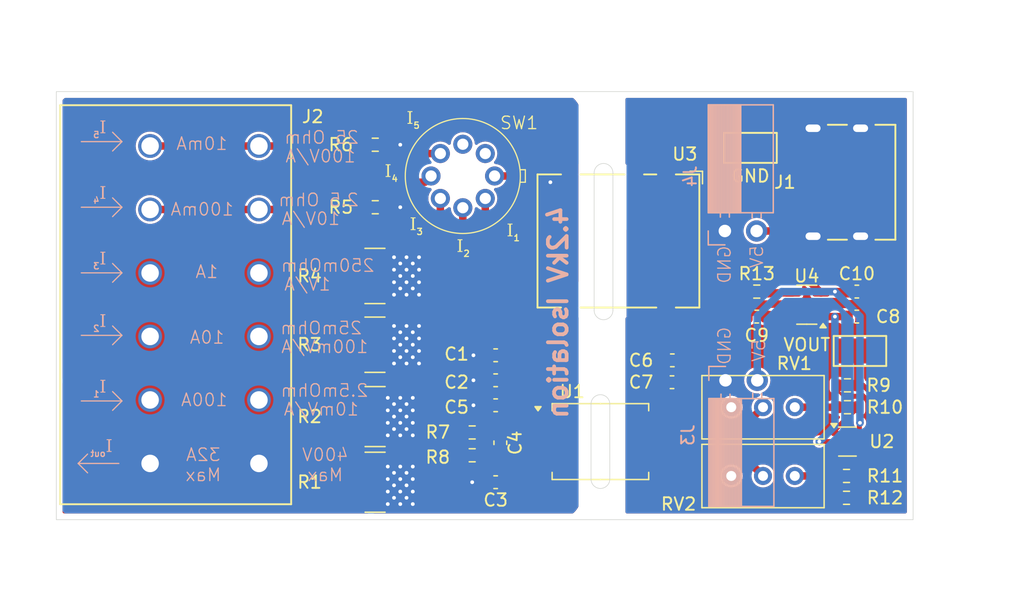
<source format=kicad_pcb>
(kicad_pcb (version 20240108) (generator "pcbnew") (generator_version "8.0")
  (layers (0 "F.Cu" signal) (31 "B.Cu" signal) (34 "B.Paste" user) (35 "F.Paste" user) (36 "B.SilkS" user "B.Silkscreen") (37 "F.SilkS" user "F.Silkscreen") (38 "B.Mask" user) (39 "F.Mask" user) (44 "Edge.Cuts" user))
  (net 0 "")
  (net 1 "Net-(U4-C1+)")
  (net 2 "Net-(U4-C1-)")
  (net 3 "INN")
  (net 4 "Net-(C3-Pad1)")
  (net 5 "VDD1")
  (net 6 "GND2")
  (net 7 "+5V")
  (net 8 "-5V")
  (net 11 "Net-(R10-Pad1)")
  (net 12 "Net-(R11-Pad1)")
  (net 13 "INP")
  (net 14 "Net-(U4-EN)")
  (net 15 "Net-(RV1-Pad2)")
  (net 18 "Net-(RV2-Pad2)")
  (net 19 "Net-(C4-Pad1)")
  (net 20 "Net-(U2-+)")
  (net 21 "Net-(U2--)")
  (net 23 "IN1")
  (net 24 "IN4")
  (net 25 "IN3")
  (net 26 "IN2")
  (net 27 "IN5")
  (net 28 "VOUT")
  (footprint "Capacitor_SMD:C_0603_1608Metric" (layer "F.Cu") (at 124.5 55.25)
    (property "Reference" "C8" (at 2.5 0 0) (layer "F.SilkS"))
    (property "Value" "2.2u")
    (pad "1" smd roundrect (at -0.775 0) (size 0.9 0.95) (layers "F.Cu" "F.Paste" "F.Mask") (net 8 "-5V"))
    (pad "2" smd roundrect (at 0.775 0) (size 0.9 0.95) (layers "F.Cu" "F.Paste" "F.Mask") (net 6 "GND2"))
  )
  (footprint "Resistor_SMD:R_2816_7142Metric" (layer "F.Cu") (at 85.975 52)
    (property "Reference" "R4" (at -5.225 0 0) (layer "F.SilkS"))
    (property "Value" "0.25R")
    (pad "1" smd roundrect (at -2.5125 0) (size 3.025 4.45) (layers "F.Cu" "F.Paste" "F.Mask") (roundrect_rratio 0.082645) (net 25 "IN3"))
    (pad "2" smd roundrect (at 2.5125 0) (size 3.025 4.45) (layers "F.Cu" "F.Paste" "F.Mask") (roundrect_rratio 0.082645) (net 3 "INN"))
  )
  (footprint "Potentiometer_THT:Potentiometer_Bourns_3296W_Vertical" (layer "F.Cu") (at 119.54 62.5)
    (property "Reference" "RV1" (at -0.04 -3.5 0) (layer "F.SilkS"))
    (property "Value" "1k")
    (pad "1" thru_hole circle (at 0 0) (size 1.44 1.44) (drill 0.8) (layers "*.Cu" "*.Mask") (net 11 "Net-(R10-Pad1)"))
    (pad "2" thru_hole circle (at -2.54 0) (size 1.44 1.44) (drill 0.8) (layers "*.Cu" "*.Mask") (net 15 "Net-(RV1-Pad2)"))
    (pad "3" thru_hole circle (at -5.08 0) (size 1.44 1.44) (drill 0.8) (layers "*.Cu" "*.Mask"))
  )
  (footprint "TestPoint:TestPoint_Keystone_5019_Minature" (layer "F.Cu") (at 124.75 58 180)
    (property "Reference" "VOUT" (at 4.25 0.5 180) (layer "F.SilkS"))
    (property "Value" "TestPoint_Keystone_5019_Minature")
    (pad "1" smd rect (at 0 0 180) (size 3.8 2) (layers "F.Cu" "F.Paste" "F.Mask") (net 28 "VOUT"))
  )
  (footprint "TestPoint:TestPoint_Keystone_5019_Minature" (layer "F.Cu") (at 116 41.75 180)
    (property "Reference" "GND" (at 0 -2.25 180) (layer "F.SilkS"))
    (property "Value" "TestPoint_Keystone_5019_Minature")
    (pad "1" smd rect (at 0 0 180) (size 3.8 2) (layers "F.Cu" "F.Paste" "F.Mask") (net 6 "GND2"))
  )
  (footprint "Connector_Phoenix_SPT:CONN_1017495" (layer "F.Cu") (at 68 67 -90)
    (property "Reference" "J2" (at -27.75 -13 0) (layer "F.SilkS"))
    (property "Value" "Conn_01x06_Socket")
    (pad "1" thru_hole circle (at -25.4 -8.700002 270) (size 1.905 1.905) (drill 1.397) (layers "*.Cu" "*.Mask") (net 27 "IN5"))
    (pad "1" thru_hole circle (at -25.4 0 270) (size 1.905 1.905) (drill 1.397) (layers "*.Cu" "*.Mask") (net 27 "IN5"))
    (pad "2" thru_hole circle (at -20.32 -8.700002 270) (size 1.905 1.905) (drill 1.397) (layers "*.Cu" "*.Mask") (net 24 "IN4"))
    (pad "2" thru_hole circle (at -20.32 0 270) (size 1.905 1.905) (drill 1.397) (layers "*.Cu" "*.Mask") (net 24 "IN4"))
    (pad "3" thru_hole circle (at -15.24 -8.700002 270) (size 1.905 1.905) (drill 1.397) (layers "*.Cu" "*.Mask") (net 25 "IN3"))
    (pad "3" thru_hole circle (at -15.24 0 270) (size 1.905 1.905) (drill 1.397) (layers "*.Cu" "*.Mask") (net 25 "IN3"))
    (pad "4" thru_hole circle (at -10.16 -8.700002 270) (size 1.905 1.905) (drill 1.397) (layers "*.Cu" "*.Mask") (net 26 "IN2"))
    (pad "4" thru_hole circle (at -10.16 0 270) (size 1.905 1.905) (drill 1.397) (layers "*.Cu" "*.Mask") (net 26 "IN2"))
    (pad "5" thru_hole circle (at -5.08 -8.700002 270) (size 1.905 1.905) (drill 1.397) (layers "*.Cu" "*.Mask") (net 23 "IN1"))
    (pad "5" thru_hole circle (at -5.08 0 270) (size 1.905 1.905) (drill 1.397) (layers "*.Cu" "*.Mask") (net 23 "IN1"))
    (pad "6" thru_hole circle (at 0 -8.700002 270) (size 1.905 1.905) (drill 1.397) (layers "*.Cu" "*.Mask") (net 3 "INN"))
    (pad "6" thru_hole circle (at 0 0 270) (size 1.905 1.905) (drill 1.397) (layers "*.Cu" "*.Mask") (net 3 "INN"))
  )
  (footprint "Resistor_SMD:R_2816_7142Metric" (layer "F.Cu") (at 85.9875 63.25)
    (property "Reference" "R2" (at -5.2375 0 0) (layer "F.SilkS"))
    (property "Value" "5m")
    (pad "1" smd roundrect (at -2 0) (size 3.4 4.6) (layers "F.Cu" "F.Paste" "F.Mask") (roundrect_rratio 0.05882352941) (net 23 "IN1"))
    (pad "2" smd roundrect (at 2 0) (size 3.4 4.6) (layers "F.Cu" "F.Paste" "F.Mask") (roundrect_rratio 0.05882352941) (net 3 "INN"))
  )
  (footprint "Resistor_SMD:R_2816_7142Metric" (layer "F.Cu") (at 85.9875 68.5)
    (property "Reference" "R1" (at -5.2375 0 0) (layer "F.SilkS"))
    (property "Value" "5m")
    (pad "1" smd roundrect (at -2 0) (size 3.4 4.6) (layers "F.Cu" "F.Paste" "F.Mask") (roundrect_rratio 0.05882352941) (net 23 "IN1"))
    (pad "2" smd roundrect (at 2 0) (size 3.4 4.6) (layers "F.Cu" "F.Paste" "F.Mask") (roundrect_rratio 0.05882352941) (net 3 "INN"))
  )
  (footprint "Capacitor_SMD:C_0603_1608Metric" (layer "F.Cu") (at 95.625 62.345 180)
    (property "Reference" "C5" (at 3.125 -0.155 180) (layer "F.SilkS"))
    (property "Value" "1n")
    (pad "1" smd roundrect (at -0.775 0 180) (size 0.9 0.95) (layers "F.Cu" "F.Paste" "F.Mask") (net 19 "Net-(C4-Pad1)"))
    (pad "2" smd roundrect (at 0.775 0 180) (size 0.9 0.95) (layers "F.Cu" "F.Paste" "F.Mask") (net 3 "INN"))
  )
  (footprint "Resistor_SMD:R_0603_1608Metric" (layer "F.Cu") (at 86 46.5)
    (property "Reference" "R5" (at -2.75 0 0) (layer "F.SilkS"))
    (property "Value" "2.5R")
    (pad "1" smd roundrect (at -0.825 0) (size 0.8 0.95) (layers "F.Cu" "F.Paste" "F.Mask") (net 24 "IN4"))
    (pad "2" smd roundrect (at 0.825 0) (size 0.8 0.95) (layers "F.Cu" "F.Paste" "F.Mask") (net 3 "INN"))
  )
  (footprint "Resistor_SMD:R_0603_1608Metric" (layer "F.Cu") (at 123.75 60.75)
    (property "Reference" "R9" (at 2.5 0 0) (layer "F.SilkS"))
    (property "Value" "5.1k")
    (pad "1" smd roundrect (at -0.825 0) (size 0.8 0.95) (layers "F.Cu" "F.Paste" "F.Mask") (net 20 "Net-(U2-+)"))
    (pad "2" smd roundrect (at 0.825 0) (size 0.8 0.95) (layers "F.Cu" "F.Paste" "F.Mask") (net 28 "VOUT"))
  )
  (footprint "Capacitor_SMD:C_0603_1608Metric" (layer "F.Cu") (at 124.5 53.25)
    (property "Reference" "C10" (at 0 -1.43 0) (layer "F.SilkS"))
    (property "Value" "2.2u")
    (pad "1" smd roundrect (at -0.775 0) (size 0.9 0.95) (layers "F.Cu" "F.Paste" "F.Mask") (net 7 "+5V"))
    (pad "2" smd roundrect (at 0.775 0) (size 0.9 0.95) (layers "F.Cu" "F.Paste" "F.Mask") (net 6 "GND2"))
  )
  (footprint "Converter_DCDC:Converter_DCDC_Murata_NXExSxxxxMC_SMD" (layer "F.Cu") (at 104.17 49.2 -90)
    (property "Reference" "U3" (at -6.95 -6.58 180) (layer "F.SilkS"))
    (property "Value" "NXE1S0505MC")
    (pad "1" smd rect (at -4.7 -5.08 270) (size 2.3 1) (layers "F.Cu" "F.Paste" "F.Mask") (net 6 "GND2"))
    (pad "3" smd rect (at -4.7 -2.54 270) (size 2.3 1) (layers "F.Cu" "F.Paste" "F.Mask") (net 7 "+5V"))
    (pad "7" smd rect (at -4.7 2.54 270) (size 2.3 1) (layers "F.Cu" "F.Paste" "F.Mask") (net 3 "INN"))
    (pad "8" smd rect (at 4.7 2.54 270) (size 2.3 1) (layers "F.Cu" "F.Paste" "F.Mask") (net 5 "VDD1"))
    (pad "14" smd rect (at 4.7 -5.08 270) (size 2.3 1) (layers "F.Cu" "F.Paste" "F.Mask"))
    (zone (net 0) (net_name "") (layers "F&B.Cu") (connect_pads (clearance 0)) (min_thickness 0.254)
      (keepout (tracks not_allowed) (vias not_allowed) (pads not_allowed) (copperpour not_allowed) (footprints not_allowed))
      (fill (thermal_gap 0.508) (thermal_bridge_width 0.508))
      (polygon (pts (xy 106.09 43.1) (xy 106.09 55.3) (xy 102.24 55.3) (xy 102.24 43.1)))
    )
  )
  (footprint "Resistor_SMD:R_0603_1608Metric" (layer "F.Cu") (at 86 41.5)
    (property "Reference" "R6" (at -2.75 0 0) (layer "F.SilkS"))
    (property "Value" "25R")
    (pad "1" smd roundrect (at -0.825 0) (size 0.8 0.95) (layers "F.Cu" "F.Paste" "F.Mask") (net 27 "IN5"))
    (pad "2" smd roundrect (at 0.825 0) (size 0.8 0.95) (layers "F.Cu" "F.Paste" "F.Mask") (net 3 "INN"))
  )
  (footprint "Resistor_SMD:R_0603_1608Metric" (layer "F.Cu") (at 123.675 68)
    (property "Reference" "R11" (at 3.075 0 0) (layer "F.SilkS"))
    (property "Value" "9.53k")
    (pad "1" smd roundrect (at -0.825 0) (size 0.8 0.95) (layers "F.Cu" "F.Paste" "F.Mask") (net 12 "Net-(R11-Pad1)"))
    (pad "2" smd roundrect (at 0.825 0) (size 0.8 0.95) (layers "F.Cu" "F.Paste" "F.Mask") (net 21 "Net-(U2--)"))
  )
  (footprint "Capacitor_SMD:C_0603_1608Metric" (layer "F.Cu") (at 95.625 68.5 180)
    (property "Reference" "C3" (at 0 -1.43 180) (layer "F.SilkS"))
    (property "Value" "1n")
    (pad "1" smd roundrect (at -0.775 0 180) (size 0.9 0.95) (layers "F.Cu" "F.Paste" "F.Mask") (net 4 "Net-(C3-Pad1)"))
    (pad "2" smd roundrect (at 0.775 0 180) (size 0.9 0.95) (layers "F.Cu" "F.Paste" "F.Mask") (net 3 "INN"))
  )
  (footprint "Library:RotarySwitch_C&J_RM" (layer "F.Cu") (at 93 44 -90)
    (property "Reference" "SW1" (at -4.25 -4.5 0) (layer "F.SilkS") (effects (font (thickness 0.1))))
    (property "Value" "SW_Rotary_1x5_MP")
    (pad "1" thru_hole circle (at 1.796 -1.796 270) (size 1.524 1.524) (drill 0.9) (layers "*.Cu" "*.Mask") (net 23 "IN1"))
    (pad "2" thru_hole circle (at 2.54 0 270) (size 1.524 1.524) (drill 0.9) (layers "*.Cu" "*.Mask") (net 26 "IN2"))
    (pad "3" thru_hole circle (at 1.796 1.796 270) (size 1.524 1.524) (drill 0.9) (layers "*.Cu" "*.Mask") (net 25 "IN3"))
    (pad "4" thru_hole circle (at 0 2.54 270) (size 1.524 1.524) (drill 0.9) (layers "*.Cu" "*.Mask") (net 24 "IN4"))
    (pad "5" thru_hole circle (at -1.796 1.796 270) (size 1.524 1.524) (drill 0.9) (layers "*.Cu" "*.Mask") (net 27 "IN5"))
    (pad "6" thru_hole circle (at -2.54 0 270) (size 1.524 1.524) (drill 0.9) (layers "*.Cu" "*.Mask"))
    (pad "7" thru_hole circle (at -1.796 -1.796 270) (size 1.524 1.524) (drill 0.9) (layers "*.Cu" "*.Mask"))
    (pad "C" thru_hole circle (at 0 -2.54 270) (size 1.524 1.524) (drill 0.9) (layers "*.Cu" "*.Mask") (net 13 "INP"))
  )
  (footprint "Resistor_SMD:R_0603_1608Metric" (layer "F.Cu") (at 123.75 62.5)
    (property "Reference" "R10" (at 3 0 0) (layer "F.SilkS"))
    (property "Value" "9.53k")
    (pad "1" smd roundrect (at -0.825 0) (size 0.8 0.95) (layers "F.Cu" "F.Paste" "F.Mask") (net 11 "Net-(R10-Pad1)"))
    (pad "2" smd roundrect (at 0.825 0) (size 0.8 0.95) (layers "F.Cu" "F.Paste" "F.Mask") (net 20 "Net-(U2-+)"))
  )
  (footprint "Capacitor_SMD:C_0603_1608Metric" (layer "F.Cu") (at 109.75 58.75)
    (property "Reference" "C6" (at -2.5 0 0) (layer "F.SilkS"))
    (property "Value" "1u")
    (pad "1" smd roundrect (at -0.775 0) (size 0.9 0.95) (layers "F.Cu" "F.Paste" "F.Mask") (net 7 "+5V"))
    (pad "2" smd roundrect (at 0.775 0) (size 0.9 0.95) (layers "F.Cu" "F.Paste" "F.Mask") (net 6 "GND2"))
  )
  (footprint "Package_TO_SOT_SMD:SOT-23-6" (layer "F.Cu") (at 120.5 54.3 180)
    (property "Reference" "U4" (at 0 2.3 180) (layer "F.SilkS"))
    (property "Value" "LM2776")
    (pad "1" smd roundrect (at -1.1375 -0.95 180) (size 1.325 0.6) (layers "F.Cu" "F.Paste" "F.Mask") (net 8 "-5V"))
    (pad "2" smd roundrect (at -1.1375 0 180) (size 1.325 0.6) (layers "F.Cu" "F.Paste" "F.Mask") (net 6 "GND2"))
    (pad "3" smd roundrect (at -1.1375 0.95 180) (size 1.325 0.6) (layers "F.Cu" "F.Paste" "F.Mask") (net 7 "+5V"))
    (pad "4" smd roundrect (at 1.1375 0.95 180) (size 1.325 0.6) (layers "F.Cu" "F.Paste" "F.Mask") (net 14 "Net-(U4-EN)"))
    (pad "5" smd roundrect (at 1.1375 0 180) (size 1.325 0.6) (layers "F.Cu" "F.Paste" "F.Mask") (net 1 "Net-(U4-C1+)"))
    (pad "6" smd roundrect (at 1.1375 -0.95 180) (size 1.325 0.6) (layers "F.Cu" "F.Paste" "F.Mask") (net 2 "Net-(U4-C1-)"))
  )
  (footprint "Capacitor_SMD:C_0603_1608Metric" (layer "F.Cu") (at 95.625 58.345 180)
    (property "Reference" "C1" (at 3.125 0.095 180) (layer "F.SilkS"))
    (property "Value" "100n")
    (pad "1" smd roundrect (at -0.775 0 180) (size 0.9 0.95) (layers "F.Cu" "F.Paste" "F.Mask") (net 5 "VDD1"))
    (pad "2" smd roundrect (at 0.775 0 180) (size 0.9 0.95) (layers "F.Cu" "F.Paste" "F.Mask") (net 3 "INN"))
  )
  (footprint "Package_SO:SOIC-8_7.5x5.85mm_P1.27mm" (layer "F.Cu") (at 104 65.25)
    (property "Reference" "U1" (at -2.25 -4 0) (layer "F.SilkS"))
    (property "Value" "AMC1300DWV")
    (pad "1" smd roundrect (at -5.325 -1.905) (size 1.8 0.6) (layers "F.Cu" "F.Paste" "F.Mask") (net 5 "VDD1"))
    (pad "2" smd roundrect (at -5.325 -0.635) (size 1.8 0.6) (layers "F.Cu" "F.Paste" "F.Mask") (net 19 "Net-(C4-Pad1)"))
    (pad "3" smd roundrect (at -5.325 0.635) (size 1.8 0.6) (layers "F.Cu" "F.Paste" "F.Mask") (net 4 "Net-(C3-Pad1)"))
    (pad "4" smd roundrect (at -5.325 1.905) (size 1.8 0.6) (layers "F.Cu" "F.Paste" "F.Mask") (net 3 "INN"))
    (pad "5" smd roundrect (at 5.325 1.905) (size 1.8 0.6) (layers "F.Cu" "F.Paste" "F.Mask") (net 6 "GND2"))
    (pad "6" smd roundrect (at 5.325 0.635) (size 1.8 0.6) (layers "F.Cu" "F.Paste" "F.Mask") (net 18 "Net-(RV2-Pad2)"))
    (pad "7" smd roundrect (at 5.325 -0.635) (size 1.8 0.6) (layers "F.Cu" "F.Paste" "F.Mask") (net 15 "Net-(RV1-Pad2)"))
    (pad "8" smd roundrect (at 5.325 -1.905) (size 1.8 0.6) (layers "F.Cu" "F.Paste" "F.Mask") (net 7 "+5V"))
  )
  (footprint "Resistor_SMD:R_0603_1608Metric" (layer "F.Cu") (at 93.75 64.52)
    (property "Reference" "R7" (at -2.75 -0.02 0) (layer "F.SilkS"))
    (property "Value" "10R")
    (pad "1" smd roundrect (at -0.825 0) (size 0.8 0.95) (layers "F.Cu" "F.Paste" "F.Mask") (net 13 "INP"))
    (pad "2" smd roundrect (at 0.825 0) (size 0.8 0.95) (layers "F.Cu" "F.Paste" "F.Mask") (net 19 "Net-(C4-Pad1)"))
  )
  (footprint "Potentiometer_THT:Potentiometer_Bourns_3296W_Vertical" (layer "F.Cu") (at 119.54 68)
    (property "Reference" "RV2" (at -9.29 2.25 0) (layer "F.SilkS"))
    (property "Value" "1k")
    (pad "1" thru_hole circle (at 0 0) (size 1.44 1.44) (drill 0.8) (layers "*.Cu" "*.Mask") (net 12 "Net-(R11-Pad1)"))
    (pad "2" thru_hole circle (at -2.54 0) (size 1.44 1.44) (drill 0.8) (layers "*.Cu" "*.Mask") (net 18 "Net-(RV2-Pad2)"))
    (pad "3" thru_hole circle (at -5.08 0) (size 1.44 1.44) (drill 0.8) (layers "*.Cu" "*.Mask"))
  )
  (footprint "Resistor_SMD:R_0603_1608Metric" (layer "F.Cu") (at 123.675 69.75)
    (property "Reference" "R12" (at 3.075 0 0) (layer "F.SilkS"))
    (property "Value" "5.1k")
    (pad "1" smd roundrect (at -0.825 0) (size 0.8 0.95) (layers "F.Cu" "F.Paste" "F.Mask") (net 6 "GND2"))
    (pad "2" smd roundrect (at 0.825 0) (size 0.8 0.95) (layers "F.Cu" "F.Paste" "F.Mask") (net 21 "Net-(U2--)"))
  )
  (footprint "Resistor_SMD:R_2816_7142Metric" (layer "F.Cu") (at 85.975 57.5)
    (property "Reference" "R3" (at -5.225 0 0) (layer "F.SilkS"))
    (property "Value" "25m")
    (pad "1" smd roundrect (at -2.5125 0) (size 3.025 4.45) (layers "F.Cu" "F.Paste" "F.Mask") (roundrect_rratio 0.082645) (net 26 "IN2"))
    (pad "2" smd roundrect (at 2.5125 0) (size 3.025 4.45) (layers "F.Cu" "F.Paste" "F.Mask") (roundrect_rratio 0.082645) (net 3 "INN"))
  )
  (footprint "Connector_USB:CONN_10164359-00011LF_AMP" (layer "F.Cu") (at 124 44.5 90)
    (property "Reference" "J1" (at 0 -5.25 0) (layer "F.SilkS"))
    (property "Value" "USB_C_Receptacle")
    (pad "7" thru_hole roundrect (at -4.32 -3 180) (size 1.7 1.1) (drill oval 1.2 0.6) (layers "*.Cu" "*.Mask") (roundrect_rratio 0.5) (net 6 "GND2"))
    (pad "8" thru_hole roundrect (at 4.32 -3 180) (size 1.7 1.1) (drill oval 1.2 0.6) (layers "*.Cu" "*.Mask") (roundrect_rratio 0.5) (net 6 "GND2"))
    (pad "9" thru_hole roundrect (at -4.32 0.8 180) (size 1.7 1.1) (drill oval 1.2 0.6) (layers "*.Cu" "*.Mask") (roundrect_rratio 0.5) (net 6 "GND2"))
    (pad "10" thru_hole roundrect (at 4.32 0.8 180) (size 1.7 1.1) (drill oval 1.2 0.6) (layers "*.Cu" "*.Mask") (roundrect_rratio 0.5) (net 6 "GND2"))
    (pad "A5" smd rect (at -0.499999 -3.034401 90) (size 0.7112 1.1938) (layers "F.Cu" "F.Paste" "F.Mask"))
    (pad "A9" smd rect (at 1.52 -3.034401 90) (size 0.762 1.1938) (layers "F.Cu" "F.Paste" "F.Mask") (net 7 "+5V"))
    (pad "A12" smd rect (at 2.75 -3.034401 90) (size 0.8128 1.1938) (layers "F.Cu" "F.Paste" "F.Mask") (net 6 "GND2"))
    (pad "B5" smd rect (at 0.499999 -3.034401 90) (size 0.7112 1.1938) (layers "F.Cu" "F.Paste" "F.Mask"))
    (pad "B9" smd rect (at -1.52 -3.034401 90) (size 0.762 1.1938) (layers "F.Cu" "F.Paste" "F.Mask") (net 7 "+5V"))
    (pad "B12" smd rect (at -2.75 -3.034401 90) (size 0.8128 1.1938) (layers "F.Cu" "F.Paste" "F.Mask") (net 6 "GND2"))
  )
  (footprint "Resistor_SMD:R_0603_1608Metric" (layer "F.Cu") (at 93.75 66.345)
    (property "Reference" "R8" (at -2.75 0.155 0) (layer "F.SilkS"))
    (property "Value" "10R")
    (pad "1" smd roundrect (at -0.825 0) (size 0.8 0.95) (layers "F.Cu" "F.Paste" "F.Mask") (net 3 "INN"))
    (pad "2" smd roundrect (at 0.825 0) (size 0.8 0.95) (layers "F.Cu" "F.Paste" "F.Mask") (net 4 "Net-(C3-Pad1)"))
  )
  (footprint "Resistor_SMD:R_0603_1608Metric" (layer "F.Cu") (at 116.5 53.25)
    (property "Reference" "R13" (at 0 -1.43 0) (layer "F.SilkS"))
    (property "Value" "5.1k")
    (pad "1" smd roundrect (at -0.825 0) (size 0.8 0.95) (layers "F.Cu" "F.Paste" "F.Mask") (net 7 "+5V"))
    (pad "2" smd roundrect (at 0.825 0) (size 0.8 0.95) (layers "F.Cu" "F.Paste" "F.Mask") (net 14 "Net-(U4-EN)"))
  )
  (footprint "Capacitor_SMD:C_0603_1608Metric" (layer "F.Cu") (at 116.5 55.25)
    (property "Reference" "C9" (at 0 1.5 0) (layer "F.SilkS"))
    (property "Value" "1u")
    (pad "1" smd roundrect (at -0.775 0) (size 0.9 0.95) (layers "F.Cu" "F.Paste" "F.Mask") (net 1 "Net-(U4-C1+)"))
    (pad "2" smd roundrect (at 0.775 0) (size 0.9 0.95) (layers "F.Cu" "F.Paste" "F.Mask") (net 2 "Net-(U4-C1-)"))
  )
  (footprint "Capacitor_SMD:C_0603_1608Metric" (layer "F.Cu") (at 109.725 60.5)
    (property "Reference" "C7" (at -2.475 0 0) (layer "F.SilkS"))
    (property "Value" "100n")
    (pad "1" smd roundrect (at -0.775 0) (size 0.9 0.95) (layers "F.Cu" "F.Paste" "F.Mask") (net 7 "+5V"))
    (pad "2" smd roundrect (at 0.775 0) (size 0.9 0.95) (layers "F.Cu" "F.Paste" "F.Mask") (net 6 "GND2"))
  )
  (footprint "Capacitor_SMD:C_0603_1608Metric" (layer "F.Cu") (at 96 65.345 -90)
    (property "Reference" "C4" (at 0.005577 -1.181856 90) (layer "F.SilkS"))
    (property "Value" "10n")
    (pad "1" smd roundrect (at -0.775 0 270) (size 0.9 0.95) (layers "F.Cu" "F.Paste" "F.Mask") (net 19 "Net-(C4-Pad1)"))
    (pad "2" smd roundrect (at 0.775 0 270) (size 0.9 0.95) (layers "F.Cu" "F.Paste" "F.Mask") (net 4 "Net-(C3-Pad1)"))
  )
  (footprint "Capacitor_SMD:C_0603_1608Metric" (layer "F.Cu") (at 95.625 60.345 180)
    (property "Reference" "C2" (at 3.125 -0.155 180) (layer "F.SilkS"))
    (property "Value" "1u")
    (pad "1" smd roundrect (at -0.775 0 180) (size 0.9 0.95) (layers "F.Cu" "F.Paste" "F.Mask") (net 5 "VDD1"))
    (pad "2" smd roundrect (at 0.775 0 180) (size 0.9 0.95) (layers "F.Cu" "F.Paste" "F.Mask") (net 3 "INN"))
  )
  (footprint "Package_TO_SOT_SMD:SOT-353_SC-70-5" (layer "F.Cu") (at 123.75 65.25)
    (property "Reference" "U2" (at 2.75 0 0) (layer "F.SilkS"))
    (property "Value" "TLV9001IDCK")
    (pad "1" smd roundrect (at -0.95 -0.65) (size 0.65 0.4) (layers "F.Cu" "F.Paste" "F.Mask") (net 20 "Net-(U2-+)"))
    (pad "2" smd roundrect (at -0.95 0) (size 0.65 0.4) (layers "F.Cu" "F.Paste" "F.Mask") (net 8 "-5V"))
    (pad "3" smd roundrect (at -0.95 0.65) (size 0.65 0.4) (layers "F.Cu" "F.Paste" "F.Mask") (net 21 "Net-(U2--)"))
    (pad "4" smd roundrect (at 0.95 0.65) (size 0.65 0.4) (layers "F.Cu" "F.Paste" "F.Mask") (net 28 "VOUT"))
    (pad "5" smd roundrect (at 0.95 -0.65) (size 0.65 0.4) (layers "F.Cu" "F.Paste" "F.Mask") (net 7 "+5V"))
  )
  (footprint "Connector_PinSocket_2.54mm:PinSocket_1x02_P2.54mm_Horizontal" (layer "B.Cu") (at 113.95 48.4 -90)
    (property "Reference" "J4" (at -4.38 2.77 90) (layer "B.SilkS") (effects (justify mirror)))
    (property "Value" "PinSocket_1x02_P2.54mm_Horizontal")
    (pad "1" thru_hole rect (at 0 0 270) (size 1.7 1.7) (drill 1) (layers "*.Cu" "*.Mask") (net 6 "GND2"))
    (pad "2" thru_hole oval (at 0 -2.54 270) (size 1.7 1.7) (drill 1) (layers "*.Cu" "*.Mask") (net 7 "+5V"))
  )
  (footprint "Connector_PinSocket_2.54mm:PinSocket_1x02_P2.54mm_Horizontal" (layer "B.Cu") (at 114 60.35 90)
    (property "Reference" "J3" (at -4.38 -3 90) (layer "B.SilkS") (effects (justify mirror)))
    (property "Value" "PinSocket_1x02_P2.54mm_Horizontal")
    (pad "1" thru_hole rect (at 0 0 90) (size 1.7 1.7) (drill 1) (layers "*.Cu" "*.Mask") (net 6 "GND2"))
    (pad "2" thru_hole oval (at 0 2.54 90) (size 1.7 1.7) (drill 1) (layers "*.Cu" "*.Mask") (net 7 "+5V"))
  )
  (gr_line (start 62.5 56.75) (end 65.75 56.75) (stroke (width 0.1)) (layer "B.SilkS"))
  (gr_line (start 65.75 56.75) (end 65 56) (stroke (width 0.1)) (layer "B.SilkS"))
  (gr_line (start 65.75 56.75) (end 65 57.5) (stroke (width 0.1)) (layer "B.SilkS"))
  (gr_line (start 62.5 62) (end 65.75 62) (stroke (width 0.1)) (layer "B.SilkS"))
  (gr_line (start 62.5 46.5) (end 65.75 46.5) (stroke (width 0.1)) (layer "B.SilkS"))
  (gr_line (start 65.75 62) (end 65 62.75) (stroke (width 0.1)) (layer "B.SilkS"))
  (gr_line (start 65.75 46.5) (end 65 45.75) (stroke (width 0.1)) (layer "B.SilkS"))
  (gr_line (start 65.75 46.5) (end 65 47.25) (stroke (width 0.1)) (layer "B.SilkS"))
  (gr_line (start 65.5 67) (end 62.25 67) (stroke (width 0.1)) (layer "B.SilkS"))
  (gr_line (start 65.75 41.25) (end 65 42) (stroke (width 0.1)) (layer "B.SilkS"))
  (gr_line (start 65.75 62) (end 65 61.25) (stroke (width 0.1)) (layer "B.SilkS"))
  (gr_line (start 65.75 51.75) (end 65 52.5) (stroke (width 0.1)) (layer "B.SilkS"))
  (gr_line (start 62.25 67) (end 63 67.75) (stroke (width 0.1)) (layer "B.SilkS"))
  (gr_line (start 62.5 51.75) (end 65.75 51.75) (stroke (width 0.1)) (layer "B.SilkS"))
  (gr_line (start 62.25 67) (end 63 66.25) (stroke (width 0.1)) (layer "B.SilkS"))
  (gr_line (start 65.75 41.25) (end 65 40.5) (stroke (width 0.1)) (layer "B.SilkS"))
  (gr_line (start 65.75 51.75) (end 65 51) (stroke (width 0.1)) (layer "B.SilkS"))
  (gr_line (start 62.5 41.25) (end 65.75 41.25) (stroke (width 0.1)) (layer "B.SilkS"))
  (gr_line (start 105 54.75) (end 105 43.75) (stroke (width 0.05)) (layer "Edge.Cuts"))
  (gr_rect (start 60.5 37.25) (end 129 71.5) (stroke (width 0.05)) (fill none) (layer "Edge.Cuts"))
  (gr_line (start 104.75 68.25) (end 104.75 62.25) (stroke (width 0.05)) (layer "Edge.Cuts"))
  (gr_arc (start 103.25 62.25) (mid 104 61.5) (end 104.75 62.25) (stroke (width 0.05)) (layer "Edge.Cuts"))
  (gr_arc (start 104.75 68.25) (mid 104 69) (end 103.25 68.25) (stroke (width 0.05)) (layer "Edge.Cuts"))
  (gr_line (start 103.25 68.25) (end 103.25 62.25) (stroke (width 0.05)) (layer "Edge.Cuts"))
  (gr_line (start 103.5 54.75) (end 103.5 43.75) (stroke (width 0.05)) (layer "Edge.Cuts"))
  (gr_arc (start 103.5 43.75) (mid 104.25 43) (end 105 43.75) (stroke (width 0.05)) (layer "Edge.Cuts"))
  (gr_arc (start 105 54.75) (mid 104.25 55.5) (end 103.5 54.75) (stroke (width 0.05)) (layer "Edge.Cuts"))
  (gr_text "2\n" (at 64 56.5 0) (layer "B.SilkS") (effects (font (size 0.5 0.5) (thickness 0.1)) (justify left bottom mirror)))
  (gr_text "100V/A" (at 84.5 43 0) (layer "B.SilkS") (effects (font (size 1 1) (thickness 0.1)) (justify left bottom mirror)))
  (gr_text "I" (at 64.5 40.75 0) (layer "B.SilkS") (effects (font (size 1 1) (thickness 0.1)) (justify left bottom mirror)))
  (gr_text "5" (at 64 41 0) (layer "B.SilkS") (effects (font (size 0.5 0.5) (thickness 0.1)) (justify left bottom mirror)))
  (gr_text "2.5mOhm" (at 85.5 61.75 0) (layer "B.SilkS") (effects (font (size 1 1) (thickness 0.1)) (justify left bottom mirror)))
  (gr_text "I" (at 64.5 46 0) (layer "B.SilkS") (effects (font (size 1 1) (thickness 0.1)) (justify left bottom mirror)))
  (gr_text "1V/A" (at 82.5 53.25 0) (layer "B.SilkS") (effects (font (size 1 1) (thickness 0.1)) (justify left bottom mirror)))
  (gr_text "10A" (at 74 57.5 0) (layer "B.SilkS") (effects (font (size 1 1) (thickness 0.1)) (justify left bottom mirror)))
  (gr_text "I" (at 64.5 56.25 0) (layer "B.SilkS") (effects (font (size 1 1) (thickness 0.1)) (justify left bottom mirror)))
  (gr_text "1A" (at 73.5 52.25 0) (layer "B.SilkS") (effects (font (size 1 1) (thickness 0.1)) (justify left bottom mirror)))
  (gr_text "2.5 Ohm" (at 84.75 46.5 0) (layer "B.SilkS") (effects (font (size 1 1) (thickness 0.1)) (justify left bottom mirror)))
  (gr_text "25mOhm" (at 85 56.75 0) (layer "B.SilkS") (effects (font (size 1 1) (thickness 0.1)) (justify left bottom mirror)))
  (gr_text "1" (at 64 61.75 0) (layer "B.SilkS") (effects (font (size 0.5 0.5) (thickness 0.1)) (justify left bottom mirror)))
  (gr_text "out" (at 64.5 66.5 0) (layer "B.SilkS") (effects (font (size 0.5 0.5) (thickness 0.1)) (justify left bottom mirror)))
  (gr_text "400V\nMax" (at 82 68.5 0) (layer "B.SilkS") (effects (font (size 1 1) (thickness 0.1)) (justify bottom mirror)))
  (gr_text "I" (at 65 66.25 0) (layer "B.SilkS") (effects (font (size 1 1) (thickness 0.1)) (justify left bottom mirror)))
  (gr_text "I" (at 64.5 61.5 0) (layer "B.SilkS") (effects (font (size 1 1) (thickness 0.1)) (justify left bottom mirror)))
  (gr_text "32A\nMax" (at 72.25 68.5 0) (layer "B.SilkS") (effects (font (size 1 1) (thickness 0.1)) (justify bottom mirror)))
  (gr_text "100mV/A" (at 85.5 58.25 0) (layer "B.SilkS") (effects (font (size 1 1) (thickness 0.1)) (justify left bottom mirror)))
  (gr_text "GND" (at 114.5 49.5 90) (layer "B.SilkS") (effects (font (size 1 1) (thickness 0.1)) (justify left bottom mirror)))
  (gr_text "4.2kV Isolation" (at 101.5 46.25 90) (layer "B.SilkS") (effects (font (size 1.5 1.5) (thickness 0.3) (bold yes)) (justify left bottom mirror)))
  (gr_text "10V/A" (at 83.25 48 0) (layer "B.SilkS") (effects (font (size 1 1) (thickness 0.1)) (justify left bottom mirror)))
  (gr_text "100mA" (at 74.75 47.25 0) (layer "B.SilkS") (effects (font (size 1 1) (thickness 0.1)) (justify left bottom mirror)))
  (gr_text "I" (at 64.5 51.25 0) (layer "B.SilkS") (effects (font (size 1 1) (thickness 0.1)) (justify left bottom mirror)))
  (gr_text "250mOhm" (at 86 51.75 0) (layer "B.SilkS") (effects (font (size 1 1) (thickness 0.1)) (justify left bottom mirror)))
  (gr_text "3" (at 64 51.5 0) (layer "B.SilkS") (effects (font (size 0.5 0.5) (thickness 0.1)) (justify left bottom mirror)))
  (gr_text "5V" (at 117.25 57 90) (layer "B.SilkS") (effects (font (size 1 1) (thickness 0.1)) (justify left bottom mirror)))
  (gr_text "100A" (at 74.25 62.5 0) (layer "B.SilkS") (effects (font (size 1 1) (thickness 0.1)) (justify left bottom mirror)))
  (gr_text "GND" (at 114.5 56 90) (layer "B.SilkS") (effects (font (size 1 1) (thickness 0.1)) (justify left bottom mirror)))
  (gr_text "5V" (at 117.084738 49.5 90) (layer "B.SilkS") (effects (font (size 1 1) (thickness 0.1)) (justify left bottom mirror)))
  (gr_text "25 Ohm" (at 84.75 41.5 0) (layer "B.SilkS") (effects (font (size 1 1) (thickness 0.1)) (justify left bottom mirror)))
  (gr_text "4" (at 64 46.25 0) (layer "B.SilkS") (effects (font (size 0.5 0.5) (thickness 0.1)) (justify left bottom mirror)))
  (gr_text "10mV/A" (at 84.75 63.25 0) (layer "B.SilkS") (effects (font (size 1 1) (thickness 0.1)) (justify left bottom mirror)))
  (gr_text "10mA" (at 74.25 42 0) (layer "B.SilkS") (effects (font (size 1 1) (thickness 0.1)) (justify left bottom mirror)))
  (gr_text "I" (at 88.75 48.5 0) (layer "F.SilkS") (effects (font (size 1 1) (thickness 0.1)) (justify left bottom)))
  (gr_text "4" (at 87.25 44.5 0) (layer "F.SilkS") (effects (font (size 0.5 0.5) (thickness 0.1)) (justify left bottom)))
  (gr_text "1" (at 97 49.25 0) (layer "F.SilkS") (effects (font (size 0.5 0.5) (thickness 0.1)) (justify left bottom)))
  (gr_text "I" (at 86.75 44.25 0) (layer "F.SilkS") (effects (font (size 1 1) (thickness 0.1)) (justify left bottom)))
  (gr_text "I" (at 92.5 50.25 0) (layer "F.SilkS") (effects (font (size 1 1) (thickness 0.1)) (justify left bottom)))
  (gr_text "I" (at 96.5 49 0) (layer "F.SilkS") (effects (font (size 1 1) (thickness 0.1)) (justify left bottom)))
  (gr_text "5" (at 89 40.25 0) (layer "F.SilkS") (effects (font (size 0.5 0.5) (thickness 0.1)) (justify left bottom)))
  (gr_text "2\n" (at 93 50.5 0) (layer "F.SilkS") (effects (font (size 0.5 0.5) (thickness 0.1)) (justify left bottom)))
  (gr_text "3" (at 89.25 48.75 0) (layer "F.SilkS") (effects (font (size 0.5 0.5) (thickness 0.1)) (justify left bottom)))
  (gr_text "I" (at 88.5 40 0) (layer "F.SilkS") (effects (font (size 1 1) (thickness 0.1)) (justify left bottom)))
  (segment (start 119.3125 54.25) (end 119.3625 54.3) (width 0.6) (layer "F.Cu") (net 1))
  (segment (start 116.725 54.25) (end 119.3125 54.25) (width 0.6) (layer "F.Cu") (net 1))
  (segment (start 115.725 55.25) (end 116.725 54.25) (width 0.6) (layer "F.Cu") (net 1))
  (segment (start 119.3625 55.25) (end 117.275 55.25) (width 0.6) (layer "F.Cu") (net 2))
  (via (at 93.85 58.345) (size 0.6) (drill 0.3) (layers "F.Cu" "B.Cu") (net 3))
  (via (at 88 56.5) (size 0.6) (drill 0.3) (layers "F.Cu" "B.Cu") (net 3))
  (via (at 88.5 69.75) (size 0.6) (drill 0.3) (layers "F.Cu" "B.Cu") (net 3))
  (via (at 89 57.5) (size 0.6) (drill 0.3) (layers "F.Cu" "B.Cu") (net 3))
  (via (at 89 64.75) (size 0.6) (drill 0.3) (layers "F.Cu" "B.Cu") (net 3))
  (via (at 88 63.75) (size 0.6) (drill 0.3) (layers "F.Cu" "B.Cu") (net 3))
  (via (at 87.5 64.25) (size 0.6) (drill 0.3) (layers "F.Cu" "B.Cu") (net 3))
  (via (at 89 70.25) (size 0.6) (drill 0.3) (layers "F.Cu" "B.Cu") (net 3))
  (via (at 87 62.75) (size 0.6) (drill 0.3) (layers "F.Cu" "B.Cu") (net 3))
  (via (at 88 62.75) (size 0.6) (drill 0.3) (layers "F.Cu" "B.Cu") (net 3))
  (via (at 87.5 56) (size 0.6) (drill 0.3) (layers "F.Cu" "B.Cu") (net 3))
  (via (at 88 69.25) (size 0.6) (drill 0.3) (layers "F.Cu" "B.Cu") (net 3))
  (via (at 87.5 69.75) (size 0.6) (drill 0.3) (layers "F.Cu" "B.Cu") (net 3))
  (via (at 89 63.75) (size 0.6) (drill 0.3) (layers "F.Cu" "B.Cu") (net 3))
  (via (at 89 67.25) (size 0.6) (drill 0.3) (layers "F.Cu" "B.Cu") (net 3))
  (via (at 88.5 63.25) (size 0.6) (drill 0.3) (layers "F.Cu" "B.Cu") (net 3))
  (via (at 87 69.25) (size 0.6) (drill 0.3) (layers "F.Cu" "B.Cu") (net 3))
  (via (at 88 64.75) (size 0.6) (drill 0.3) (layers "F.Cu" "B.Cu") (net 3))
  (via (at 88 57.5) (size 0.6) (drill 0.3) (layers "F.Cu" "B.Cu") (net 3))
  (via (at 88 58.5) (size 0.6) (drill 0.3) (layers "F.Cu" "B.Cu") (net 3))
  (via (at 89 52) (size 0.6) (drill 0.3) (layers "F.Cu" "B.Cu") (net 3))
  (via (at 93.85 62.345) (size 0.6) (drill 0.3) (layers "F.Cu" "B.Cu") (net 3))
  (via (at 89.5 56) (size 0.6) (drill 0.3) (layers "F.Cu" "B.Cu") (net 3))
  (via (at 88.5 57) (size 0.6) (drill 0.3) (layers "F.Cu" "B.Cu") (net 3))
  (via (at 87.5 67.75) (size 0.6) (drill 0.3) (layers "F.Cu" "B.Cu") (net 3))
  (via (at 89.5 51.5) (size 0.6) (drill 0.3) (layers "F.Cu" "B.Cu") (net 3))
  (via (at 87 61.75) (size 0.6) (drill 0.3) (layers "F.Cu" "B.Cu") (net 3))
  (via (at 93.85 60.345) (size 0.6) (drill 0.3) (layers "F.Cu" "B.Cu") (net 3))
  (via (at 88.5 51.5) (size 0.6) (drill 0.3) (layers "F.Cu" "B.Cu") (net 3))
  (via (at 88.5 52.5) (size 0.6) (drill 0.3) (layers "F.Cu" "B.Cu") (net 3))
  (via (at 89.5 58) (size 0.6) (drill 0.3) (layers "F.Cu" "B.Cu") (net 3))
  (via (at 87 68.25) (size 0.6) (drill 0.3) (layers "F.Cu" "B.Cu") (net 3))
  (via (at 87.5 50.5) (size 0.6) (drill 0.3) (layers "F.Cu" "B.Cu") (net 3))
  (via (at 89 58.5) (size 0.6) (drill 0.3) (layers "F.Cu" "B.Cu") (net 3))
  (via (at 89.5 57) (size 0.6) (drill 0.3) (layers "F.Cu" "B.Cu") (net 3))
  (via (at 87.5 59) (size 0.6) (drill 0.3) (layers "F.Cu" "B.Cu") (net 3))
  (via (at 89 61.75) (size 0.6) (drill 0.3) (layers "F.Cu" "B.Cu") (net 3))
  (via (at 89 62.75) (size 0.6) (drill 0.3) (layers "F.Cu" "B.Cu") (net 3))
  (via (at 89.5 53.5) (size 0.6) (drill 0.3) (layers "F.Cu" "B.Cu") (net 3))
  (via (at 87.5 68.75) (size 0.6) (drill 0.3) (layers "F.Cu" "B.Cu") (net 3))
  (via (at 87 70.25) (size 0.6) (drill 0.3) (layers "F.Cu" "B.Cu") (net 3))
  (via (at 87.5 51.5) (size 0.6) (drill 0.3) (layers "F.Cu" "B.Cu") (net 3))
  (via (at 93.75 68.5) (size 0.6) (drill 0.3) (layers "F.Cu" "B.Cu") (net 3))
  (via (at 89.5 50.5) (size 0.6) (drill 0.3) (layers "F.Cu" "B.Cu") (net 3))
  (via (at 88.5 67.75) (size 0.6) (drill 0.3) (layers "F.Cu" "B.Cu") (net 3))
  (via (at 87 63.75) (size 0.6) (drill 0.3) (layers "F.Cu" "B.Cu") (net 3))
  (via (at 88.5 50.5) (size 0.6) (drill 0.3) (layers "F.Cu" "B.Cu") (net 3))
  (via (at 89.5 52.5) (size 0.6) (drill 0.3) (layers "F.Cu" "B.Cu") (net 3))
  (via (at 100 44.5) (size 0.6) (drill 0.3) (layers "F.Cu" "B.Cu") (net 3))
  (via (at 88.5 53.5) (size 0.6) (drill 0.3) (layers "F.Cu" "B.Cu") (net 3))
  (via (at 87 67.25) (size 0.6) (drill 0.3) (layers "F.Cu" "B.Cu") (net 3))
  (via (at 88.5 62.25) (size 0.6) (drill 0.3) (layers "F.Cu" "B.Cu") (net 3))
  (via (at 88 51) (size 0.6) (drill 0.3) (layers "F.Cu" "B.Cu") (net 3))
  (via (at 89 68.25) (size 0.6) (drill 0.3) (layers "F.Cu" "B.Cu") (net 3))
  (via (at 88 70.25) (size 0.6) (drill 0.3) (layers "F.Cu" "B.Cu") (net 3))
  (via (at 87 64.75) (size 0.6) (drill 0.3) (layers "F.Cu" "B.Cu") (net 3))
  (via (at 88 46.5) (size 0.6) (drill 0.3) (layers "F.Cu" "B.Cu") (net 3))
  (via (at 87.5 62.25) (size 0.6) (drill 0.3) (layers "F.Cu" "B.Cu") (net 3))
  (via (at 88 61.75) (size 0.6) (drill 0.3) (layers "F.Cu" "B.Cu") (net 3))
  (via (at 89.5 59) (size 0.6) (drill 0.3) (layers "F.Cu" "B.Cu") (net 3))
  (via (at 88 53) (size 0.6) (drill 0.3) (layers "F.Cu" "B.Cu") (net 3))
  (via (at 88 41.5) (size 0.6) (drill 0.3) (layers "F.Cu" "B.Cu") (net 3))
  (via (at 87.5 57) (size 0.6) (drill 0.3) (layers "F.Cu" "B.Cu") (net 3))
  (via (at 88.5 64.25) (size 0.6) (drill 0.3) (layers "F.Cu" "B.Cu") (net 3))
  (via (at 87.5 52.5) (size 0.6) (drill 0.3) (layers "F.Cu" "B.Cu") (net 3))
  (via (at 88 52) (size 0.6) (drill 0.3) (layers "F.Cu" "B.Cu") (net 3))
  (via (at 89 53) (size 0.6) (drill 0.3) (layers "F.Cu" "B.Cu") (net 3))
  (via (at 88.5 59) (size 0.6) (drill 0.3) (layers "F.Cu" "B.Cu") (net 3))
  (via (at 88.5 58) (size 0.6) (drill 0.3) (layers "F.Cu" "B.Cu") (net 3))
  (via (at 87.5 58) (size 0.6) (drill 0.3) (layers "F.Cu" "B.Cu") (net 3))
  (via (at 88.5 68.75) (size 0.6) (drill 0.3) (layers "F.Cu" "B.Cu") (net 3))
  (via (at 87.5 53.5) (size 0.6) (drill 0.3) (layers "F.Cu" "B.Cu") (net 3))
  (via (at 88 67.25) (size 0.6) (drill 0.3) (layers "F.Cu" "B.Cu") (net 3))
  (via (at 87.5 63.25) (size 0.6) (drill 0.3) (layers "F.Cu" "B.Cu") (net 3))
  (via (at 88.5 56) (size 0.6) (drill 0.3) (layers "F.Cu" "B.Cu") (net 3))
  (via (at 89 69.25) (size 0.6) (drill 0.3) (layers "F.Cu" "B.Cu") (net 3))
  (via (at 89 51) (size 0.6) (drill 0.3) (layers "F.Cu" "B.Cu") (net 3))
  (via (at 88 68.25) (size 0.6) (drill 0.3) (layers "F.Cu" "B.Cu") (net 3))
  (via (at 89 56.5) (size 0.6) (drill 0.3) (layers "F.Cu" "B.Cu") (net 3))
  (segment (start 96.4 67.4) (end 96.4 68) (width 0.6) (layer "F.Cu") (net 4))
  (segment (start 96.235 65.885) (end 96 66.12) (width 0.6) (layer "F.Cu") (net 4))
  (segment (start 96 66.12) (end 95.87 66.25) (width 0.6) (layer "F.Cu") (net 4))
  (segment (start 95.87 66.25) (end 94.67 66.25) (width 0.6) (layer "F.Cu") (net 4))
  (segment (start 96 66.12) (end 96 67) (width 0.6) (layer "F.Cu") (net 4))
  (segment (start 98.675 65.885) (end 96.235 65.885) (width 0.6) (layer "F.Cu") (net 4))
  (segment (start 96 67) (end 96.4 67.4) (width 0.6) (layer "F.Cu") (net 4))
  (segment (start 94.67 66.25) (end 94.575 66.345) (width 0.6) (layer "F.Cu") (net 4))
  (segment (start 96.4 55.1) (end 96.4 57.845) (width 0.6) (layer "F.Cu") (net 5))
  (segment (start 96.4 59.845) (end 97.845 59.845) (width 0.6) (layer "F.Cu") (net 5))
  (segment (start 97.6 53.9) (end 96.4 55.1) (width 0.6) (layer "F.Cu") (net 5))
  (segment (start 97.845 59.845) (end 98.675 60.675) (width 0.6) (layer "F.Cu") (net 5))
  (segment (start 96.4 57.845) (end 96.4 59.845) (width 0.9) (layer "F.Cu") (net 5))
  (segment (start 98.675 60.675) (end 98.675 63.315) (width 0.6) (layer "F.Cu") (net 5))
  (segment (start 101.63 53.9) (end 97.6 53.9) (width 0.6) (layer "F.Cu") (net 5))
  (segment (start 106.71 44.5) (end 106.71 47.96) (width 0.6) (layer "F.Cu") (net 7))
  (segment (start 108.5 49.75) (end 110.5 49.75) (width 0.6) (layer "F.Cu") (net 7))
  (segment (start 108.975 59.25) (end 108.975 60.975) (width 0.6) (layer "F.Cu") (net 7))
  (segment (start 114 53.25) (end 115.675 53.25) (width 0.6) (layer "F.Cu") (net 7))
  (segment (start 122.062499 45.855599) (end 121.898098 46.02) (width 0.6) (layer "F.Cu") (net 7))
  (segment (start 109.325 62.325) (end 108.95 61.95) (width 0.6) (layer "F.Cu") (net 7))
  (segment (start 118.5 48.25) (end 118.5 52.275) (width 0.6) (layer "F.Cu") (net 7))
  (segment (start 121.898098 46.02) (end 120.965599 46.02) (width 0.6) (layer "F.Cu") (net 7))
  (segment (start 120.5625 52.275) (end 121.6375 53.35) (width 0.6) (layer "F.Cu") (net 7))
  (segment (start 116.65 52.275) (end 118.5 52.275) (width 0.6) (layer "F.Cu") (net 7))
  (segment (start 106.71 47.96) (end 108.5 49.75) (width 0.6) (layer "F.Cu") (net 7))
  (segment (start 108.95 61.95) (end 108.95 61) (width 0.6) (layer "F.Cu") (net 7))
  (segment (start 115.675 53.25) (end 116.65 52.275) (width 0.6) (layer "F.Cu") (net 7))
  (segment (start 124.7 63.8) (end 124.75 63.75) (width 0.4) (layer "F.Cu") (net 7))
  (segment (start 109.325 63.345) (end 109.325 62.325) (width 0.6) (layer "F.Cu") (net 7))
  (segment (start 116.49 48.4) (end 118.35 48.4) (width 0.6) (layer "F.Cu") (net 7))
  (segment (start 120.965599 46.02) (end 120.192299 46.02) (width 0.6) (layer "F.Cu") (net 7))
  (segment (start 108.975 58.75) (end 114.475 53.25) (width 0.6) (layer "F.Cu") (net 7))
  (segment (start 121.7375 53.25) (end 121.6375 53.35) (width 0.6) (layer "F.Cu") (net 7))
  (segment (start 120.965599 42.98) (end 121.898098 42.98) (width 0.6) (layer "F.Cu") (net 7))
  (segment (start 121.898098 42.98) (end 122.062499 43.144401) (width 0.6) (layer "F.Cu") (net 7))
  (segment (start 114.475 53.25) (end 115.675 53.25) (width 0.6) (layer "F.Cu") (net 7))
  (segment (start 118.5 52.275) (end 120.5625 52.275) (width 0.6) (layer "F.Cu") (net 7))
  (segment (start 123.725 53.25) (end 121.7375 53.25) (width 0.6) (layer "F.Cu") (net 7))
  (segment (start 122.062499 43.144401) (end 122.062499 45.855599) (width 0.6) (layer "F.Cu") (net 7))
  (segment (start 118.35 48.4) (end 118.5 48.25) (width 0.6) (layer "F.Cu") (net 7))
  (segment (start 118.5 47.712299) (end 118.5 48.25) (width 0.6) (layer "F.Cu") (net 7))
  (segment (start 120.192299 46.02) (end 118.5 47.712299) (width 0.6) (layer "F.Cu") (net 7))
  (segment (start 110.5 49.75) (end 114 53.25) (width 0.6) (layer "F.Cu") (net 7))
  (segment (start 108.975 60.975) (end 108.95 61) (width 0.6) (layer "F.Cu") (net 7))
  (segment (start 124.7 64.6) (end 124.7 63.8) (width 0.4) (layer "F.Cu") (net 7))
  (via (at 124.75 63.75) (size 0.6) (drill 0.3) (layers "F.Cu" "B.Cu") (net 7))
  (via (at 122.75 53.25) (size 0.6) (drill 0.3) (layers "F.Cu" "B.Cu") (net 7))
  (segment (start 116.54 55.21) (end 118.5 53.25) (width 0.6) (layer "B.Cu") (net 7))
  (segment (start 116.54 60.35) (end 116.54 55.21) (width 0.6) (layer "B.Cu") (net 7))
  (segment (start 124.75 55.25) (end 124.75 63.75) (width 0.6) (layer "B.Cu") (net 7))
  (segment (start 122.75 53.25) (end 124.75 55.25) (width 0.6) (layer "B.Cu") (net 7))
  (segment (start 118.5 53.25) (end 122.75 53.25) (width 0.6) (layer "B.Cu") (net 7))
  (segment (start 121.6375 55.25) (end 123.725 55.25) (width 0.6) (layer "F.Cu") (net 8))
  (segment (start 121.5 65.25) (end 122.8 65.25) (width 0.4) (layer "F.Cu") (net 8))
  (via (at 122.75 55.25) (size 0.6) (drill 0.3) (layers "F.Cu" "B.Cu") (net 8))
  (via (at 121.5 65.25) (size 0.6) (drill 0.3) (layers "F.Cu" "B.Cu") (net 8))
  (segment (start 122.75 64) (end 121.5 65.25) (width 0.6) (layer "B.Cu") (net 8))
  (segment (start 122.75 55.25) (end 122.75 64) (width 0.6) (layer "B.Cu") (net 8))
  (segment (start 119.54 62.5) (end 122.925 62.5) (width 0.6) (layer "F.Cu") (net 11))
  (segment (start 119.54 68) (end 122.85 68) (width 0.6) (layer "F.Cu") (net 12))
  (segment (start 92.925 56.575) (end 97.5 52) (width 0.6) (layer "F.Cu") (net 13))
  (segment (start 92.925 64.02) (end 92.925 56.575) (width 0.6) (layer "F.Cu") (net 13))
  (segment (start 97.5 52) (end 97.5 44.75) (width 0.6) (layer "F.Cu") (net 13))
  (segment (start 96.75 44) (end 95.54 44) (width 0.6) (layer "F.Cu") (net 13))
  (segment (start 97.5 44.75) (end 96.75 44) (width 0.6) (layer "F.Cu") (net 13))
  (segment (start 119.3625 53.35) (end 117.425 53.35) (width 0.6) (layer "F.Cu") (net 14))
  (segment (start 117.425 53.35) (end 117.325 53.25) (width 0.6) (layer "F.Cu") (net 14))
  (segment (start 109.325 64.615) (end 114.885 64.615) (width 0.6) (layer "F.Cu") (net 15))
  (segment (start 114.885 64.615) (end 117 62.5) (width 0.6) (layer "F.Cu") (net 15))
  (segment (start 109.325 65.885) (end 114.885 65.885) (width 0.6) (layer "F.Cu") (net 18))
  (segment (start 114.885 65.885) (end 117 68) (width 0.6) (layer "F.Cu") (net 18))
  (segment (start 94.625 64.57) (end 94.575 64.52) (width 0.6) (layer "F.Cu") (net 19))
  (segment (start 96 64.57) (end 96.07 64.5) (width 0.6) (layer "F.Cu") (net 19))
  (segment (start 96.07 64.5) (end 98.56 64.5) (width 0.6) (layer "F.Cu") (net 19))
  (segment (start 96 64.57) (end 96 64.07) (width 0.2) (layer "F.Cu") (net 19))
  (segment (start 96 64.07) (end 96 63.5) (width 0.6) (layer "F.Cu") (net 19))
  (segment (start 98.56 64.5) (end 98.675 64.615) (width 0.6) (layer "F.Cu") (net 19))
  (segment (start 96 64.57) (end 94.625 64.57) (width 0.6) (layer "F.Cu") (net 19))
  (segment (start 96.4 63.1) (end 96.4 62.345) (width 0.6) (layer "F.Cu") (net 19))
  (segment (start 96 63.5) (end 96.4 63.1) (width 0.6) (layer "F.Cu") (net 19))
  (segment (start 124.288824 62.5) (end 124.575 62.5) (width 0.2) (layer "F.Cu") (net 20))
  (segment (start 122.8 64.6) (end 122.8 64.275) (width 0.4) (layer "F.Cu") (net 20))
  (segment (start 122.8 64.275) (end 124.575 62.5) (width 0.4) (layer "F.Cu") (net 20))
  (segment (start 122.925 60.75) (end 122.925 61.136176) (width 0.2) (layer "F.Cu") (net 20))
  (segment (start 122.925 61.136176) (end 124.288824 62.5) (width 0.2) (layer "F.Cu") (net 20))
  (segment (start 122.8 65.9) (end 122.8 66.3) (width 0.4) (layer "F.Cu") (net 21))
  (segment (start 124.5 68) (end 124.5 69.75) (width 0.6) (layer "F.Cu") (net 21))
  (segment (start 122.8 66.3) (end 124.5 68) (width 0.4) (layer "F.Cu") (net 21))
  (segment (start 84.25 60.25) (end 83.9875 60.5125) (width 0.6) (layer "F.Cu") (net 23))
  (segment (start 91.25 56.25) (end 91.25 59.25) (width 0.6) (layer "F.Cu") (net 23))
  (segment (start 91.25 59.25) (end 90.25 60.25) (width 0.6) (layer "F.Cu") (net 23))
  (segment (start 90.25 60.25) (end 84.25 60.25) (width 0.6) (layer "F.Cu") (net 23))
  (segment (start 94.796 52.704) (end 91.25 56.25) (width 0.6) (layer "F.Cu") (net 23))
  (segment (start 94.796 45.796) (end 94.796 52.704) (width 0.6) (layer "F.Cu") (net 23))
  (segment (start 83.9875 60.5125) (end 83.9875 63) (width 0.6) (layer "F.Cu") (net 23))
  (segment (start 89.96 44.5) (end 85.75 44.5) (width 0.6) (layer "F.Cu") (net 24))
  (segment (start 85.75 44.5) (end 85.175 45.075) (width 0.6) (layer "F.Cu") (net 24))
  (segment (start 68 46.68) (end 84.995 46.68) (width 0.6) (layer "F.Cu") (net 24))
  (segment (start 85.175 45.075) (end 85.175 46.5) (width 0.6) (layer "F.Cu") (net 24))
  (segment (start 84.995 46.68) (end 85.175 46.5) (width 0.6) (layer "F.Cu") (net 24))
  (segment (start 90.46 44) (end 89.96 44.5) (width 0.6) (layer "F.Cu") (net 24))
  (segment (start 90.25 48.5) (end 84 48.5) (width 0.6) (layer "F.Cu") (net 25))
  (segment (start 83.2225 51.76) (end 83.4625 52) (width 0.2) (layer "F.Cu") (net 25))
  (segment (start 84 48.5) (end 83.2225 49.2775) (width 0.6) (layer "F.Cu") (net 25))
  (segment (start 91.204 45.796) (end 91.204 47.546) (width 0.6) (layer "F.Cu") (net 25))
  (segment (start 83.2225 49.2775) (end 83.2225 51.76) (width 0.6) (layer "F.Cu") (net 25))
  (segment (start 68 51.76) (end 83.2225 51.76) (width 3) (layer "F.Cu") (net 25))
  (segment (start 91.204 47.546) (end 90.25 48.5) (width 0.6) (layer "F.Cu") (net 25))
  (segment (start 68 56.84) (end 82.8025 56.84) (width 3) (layer "F.Cu") (net 26))
  (segment (start 83.75 54.75) (end 83.4625 55.0375) (width 0.6) (layer "F.Cu") (net 26))
  (segment (start 82.8025 56.84) (end 83.4625 57.5) (width 0.2) (layer "F.Cu") (net 26))
  (segment (start 93 46.54) (end 93 52.5) (width 0.6) (layer "F.Cu") (net 26))
  (segment (start 93 52.5) (end 90.75 54.75) (width 0.6) (layer "F.Cu") (net 26))
  (segment (start 90.75 54.75) (end 83.75 54.75) (width 0.6) (layer "F.Cu") (net 26))
  (segment (start 83.4625 55.0375) (end 83.4625 57.5) (width 0.6) (layer "F.Cu") (net 26))
  (segment (start 85.75 43.5) (end 85.175 42.925) (width 0.6) (layer "F.Cu") (net 27))
  (segment (start 85.175 42.925) (end 85.175 41.5) (width 0.6) (layer "F.Cu") (net 27))
  (segment (start 88.75 43.5) (end 85.75 43.5) (width 0.6) (layer "F.Cu") (net 27))
  (segment (start 68 41.6) (end 85.075 41.6) (width 0.6) (layer "F.Cu") (net 27))
  (segment (start 85.075 41.6) (end 85.175 41.5) (width 0.6) (layer "F.Cu") (net 27))
  (segment (start 90.046 42.204) (end 88.75 43.5) (width 0.6) (layer "F.Cu") (net 27))
  (segment (start 91.204 42.204) (end 90.046 42.204) (width 0.6) (layer "F.Cu") (net 27))
  (segment (start 124.575 60.75) (end 124.575 58.175) (width 0.6) (layer "F.Cu") (net 28))
  (segment (start 124.7 65.9) (end 126.125 64.475) (width 0.4) (layer "F.Cu") (net 28))
  (segment (start 126.125 61.872402) (end 125.002598 60.75) (width 0.4) (layer "F.Cu") (net 28))
  (segment (start 125.002598 60.75) (end 124.575 60.75) (width 0.4) (layer "F.Cu") (net 28))
  (segment (start 126.125 64.475) (end 126.125 61.872402) (width 0.4) (layer "F.Cu") (net 28))
  (segment (start 124.575 58.175) (end 124.75 58) (width 0.6) (layer "F.Cu") (net 28))
  (zone (net 3) (net_name "INN") (layer "F.Cu") (priority 2) (connect_pads yes (clearance 0)) (min_thickness 0.25) (fill yes (thermal_gap 0.5) (thermal_bridge_width 0.5))
    (polygon (pts (xy 86.5 60.75) (xy 90.5 60.75) (xy 90.5 73) (xy 86.5 73)))
  )
  (zone (net 23) (net_name "IN1") (layer "F.Cu") (priority 1) (connect_pads yes (clearance 0)) (min_thickness 0.25) (fill yes (thermal_gap 0.5) (thermal_bridge_width 0.5))
    (polygon (pts (xy 85.5 60.5) (xy 56 60.5) (xy 56 73) (xy 85.5 73)))
  )
  (zone (net 3) (net_name "INN") (layers "F&B.Cu") (connect_pads yes (clearance 0)) (min_thickness 0.25) (fill yes (thermal_gap 0.5) (thermal_bridge_width 0.5) (smoothing fillet) (radius 2))
    (polygon (pts (xy 102.48877 34.250641) (xy 102.48877 73.000641) (xy 56 73) (xy 56 34.25)))
  )
  (zone (net 6) (net_name "GND2") (layers "F&B.Cu") (priority 3) (connect_pads yes (clearance 0)) (min_thickness 0.25) (fill yes (thermal_gap 0.5) (thermal_bridge_width 0.5))
    (polygon (pts (xy 106 34.5) (xy 130 34.5) (xy 130 72.5) (xy 106 72.5)))
  )
  (zone (net 0) (net_name "") (layers "F&B.Cu") (connect_pads (clearance 0)) (min_thickness 0.25)
    (keepout (tracks not_allowed) (vias not_allowed) (pads not_allowed) (copperpour not_allowed) (footprints allowed))
    (fill (thermal_gap 0.5) (thermal_bridge_width 0.5))
    (polygon (pts (xy 102.25 31.5) (xy 102.25 75) (xy 106 75) (xy 106 31.5)))
  )
)
</source>
